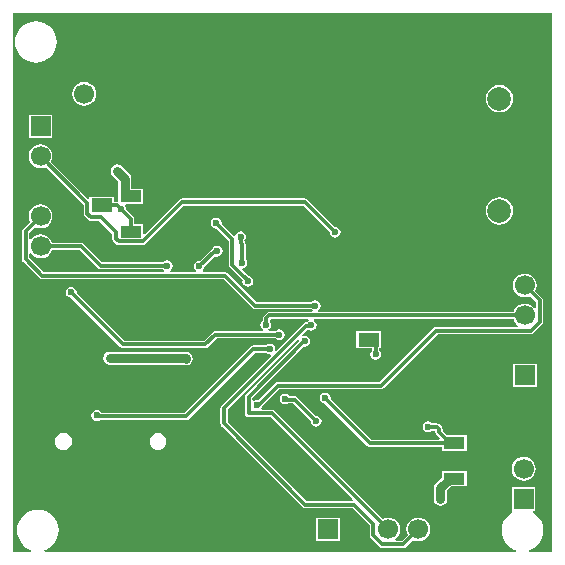
<source format=gbl>
G04*
G04 #@! TF.GenerationSoftware,Altium Limited,Altium Designer,20.2.7 (254)*
G04*
G04 Layer_Physical_Order=2*
G04 Layer_Color=16711680*
%FSLAX44Y44*%
%MOMM*%
G71*
G04*
G04 #@! TF.SameCoordinates,BAD59D02-7682-4231-AD5D-2D7AA58F7FA9*
G04*
G04*
G04 #@! TF.FilePolarity,Positive*
G04*
G01*
G75*
%ADD26R,1.8000X1.1500*%
%ADD27R,1.8000X1.0000*%
%ADD57C,0.3000*%
%ADD58C,0.8000*%
%ADD60C,1.7000*%
%ADD61R,1.7000X1.7000*%
%ADD62R,1.7000X1.7000*%
%ADD63C,2.0000*%
%ADD64C,0.6000*%
G36*
X457940Y2060D02*
X438657D01*
X438469Y3330D01*
X439745Y3717D01*
X442792Y5346D01*
X445463Y7537D01*
X447655Y10208D01*
X449283Y13255D01*
X450286Y16562D01*
X450625Y20000D01*
X450286Y23438D01*
X449283Y26745D01*
X447655Y29792D01*
X445463Y32463D01*
X442792Y34655D01*
X441379Y35410D01*
X441697Y36680D01*
X444020D01*
Y56720D01*
X423980D01*
Y36680D01*
X424304D01*
X424622Y35410D01*
X423208Y34655D01*
X420537Y32463D01*
X418345Y29792D01*
X416717Y26745D01*
X415714Y23438D01*
X415375Y20000D01*
X415714Y16562D01*
X416717Y13255D01*
X418345Y10208D01*
X420537Y7537D01*
X423208Y5346D01*
X426255Y3717D01*
X427532Y3330D01*
X427343Y2060D01*
X28407D01*
X28219Y3330D01*
X29495Y3717D01*
X32542Y5346D01*
X35213Y7537D01*
X37405Y10208D01*
X39033Y13255D01*
X40036Y16562D01*
X40375Y20000D01*
X40036Y23438D01*
X39033Y26745D01*
X37405Y29792D01*
X35213Y32463D01*
X32542Y34655D01*
X29495Y36283D01*
X26188Y37286D01*
X22750Y37625D01*
X19312Y37286D01*
X16005Y36283D01*
X12958Y34655D01*
X10287Y32463D01*
X8095Y29792D01*
X6467Y26745D01*
X5464Y23438D01*
X5125Y20000D01*
X5464Y16562D01*
X6467Y13255D01*
X8095Y10208D01*
X10287Y7537D01*
X12958Y5346D01*
X16005Y3717D01*
X17282Y3330D01*
X17093Y2060D01*
X2060D01*
Y457940D01*
X457940D01*
Y2060D01*
D02*
G37*
%LPC*%
G36*
X21000Y451125D02*
X17562Y450786D01*
X14255Y449783D01*
X11208Y448155D01*
X8537Y445963D01*
X6345Y443292D01*
X4717Y440245D01*
X3714Y436939D01*
X3375Y433500D01*
X3714Y430062D01*
X4717Y426755D01*
X6345Y423708D01*
X8537Y421037D01*
X11208Y418845D01*
X14255Y417217D01*
X17562Y416214D01*
X21000Y415875D01*
X24439Y416214D01*
X27745Y417217D01*
X30792Y418845D01*
X33463Y421037D01*
X35655Y423708D01*
X37283Y426755D01*
X38286Y430062D01*
X38625Y433500D01*
X38286Y436939D01*
X37283Y440245D01*
X35655Y443292D01*
X33463Y445963D01*
X30792Y448155D01*
X27745Y449783D01*
X24439Y450786D01*
X21000Y451125D01*
D02*
G37*
G36*
X62000Y399607D02*
X59384Y399262D01*
X56947Y398252D01*
X54854Y396646D01*
X53248Y394553D01*
X52238Y392116D01*
X51894Y389500D01*
X52238Y386884D01*
X53248Y384447D01*
X54854Y382354D01*
X56947Y380748D01*
X59384Y379738D01*
X62000Y379394D01*
X64616Y379738D01*
X67053Y380748D01*
X69146Y382354D01*
X70753Y384447D01*
X71762Y386884D01*
X72106Y389500D01*
X71762Y392116D01*
X70753Y394553D01*
X69146Y396646D01*
X67053Y398252D01*
X64616Y399262D01*
X62000Y399607D01*
D02*
G37*
G36*
X413500Y397119D02*
X410493Y396724D01*
X407690Y395563D01*
X405284Y393716D01*
X403437Y391310D01*
X402277Y388507D01*
X401881Y385500D01*
X402277Y382493D01*
X403437Y379690D01*
X405284Y377284D01*
X407690Y375437D01*
X410493Y374277D01*
X413500Y373881D01*
X416507Y374277D01*
X419310Y375437D01*
X421716Y377284D01*
X423563Y379690D01*
X424724Y382493D01*
X425120Y385500D01*
X424724Y388507D01*
X423563Y391310D01*
X421716Y393716D01*
X419310Y395563D01*
X416507Y396724D01*
X413500Y397119D01*
D02*
G37*
G36*
X35020Y372020D02*
X14980D01*
Y351980D01*
X35020D01*
Y372020D01*
D02*
G37*
G36*
X413500Y302120D02*
X410493Y301723D01*
X407690Y300563D01*
X405284Y298716D01*
X403437Y296310D01*
X402277Y293507D01*
X401881Y290500D01*
X402277Y287493D01*
X403437Y284690D01*
X405284Y282284D01*
X407690Y280437D01*
X410493Y279277D01*
X413500Y278881D01*
X416507Y279277D01*
X419310Y280437D01*
X421716Y282284D01*
X423563Y284690D01*
X424724Y287493D01*
X425120Y290500D01*
X424724Y293507D01*
X423563Y296310D01*
X421716Y298716D01*
X419310Y300563D01*
X416507Y301723D01*
X413500Y302120D01*
D02*
G37*
G36*
X25000Y295907D02*
X22384Y295562D01*
X19947Y294552D01*
X17854Y292946D01*
X16248Y290853D01*
X15238Y288416D01*
X14894Y285800D01*
X15238Y283184D01*
X16056Y281210D01*
X10283Y275437D01*
X9615Y274438D01*
X9381Y273260D01*
Y249540D01*
X9615Y248362D01*
X10283Y247363D01*
X24364Y233282D01*
X25363Y232614D01*
X26541Y232380D01*
X180265D01*
X204573Y208073D01*
X205572Y207405D01*
X206750Y207171D01*
X254121D01*
X254241Y206991D01*
X255352Y206249D01*
X254967Y204979D01*
X218650D01*
X217472Y204745D01*
X216473Y204077D01*
X214000Y201604D01*
X213332Y200605D01*
X213098Y199427D01*
Y197909D01*
X212344Y197406D01*
X211345Y195911D01*
X210994Y194147D01*
X211345Y192383D01*
X212344Y190888D01*
X213525Y190099D01*
X213155Y188829D01*
X172781D01*
X171603Y188595D01*
X170604Y187927D01*
X163256Y180579D01*
X96103D01*
X55472Y221210D01*
X55514Y221422D01*
X55163Y223186D01*
X54164Y224681D01*
X52669Y225680D01*
X50905Y226031D01*
X49142Y225680D01*
X47646Y224681D01*
X46648Y223186D01*
X46297Y221422D01*
X46648Y219659D01*
X47646Y218164D01*
X49142Y217165D01*
X50905Y216814D01*
X51117Y216856D01*
X92650Y175323D01*
X93649Y174655D01*
X94828Y174421D01*
X164531D01*
X165709Y174655D01*
X166708Y175323D01*
X174056Y182671D01*
X223871D01*
X223991Y182491D01*
X225486Y181492D01*
X227250Y181141D01*
X229014Y181492D01*
X230509Y182491D01*
X231508Y183986D01*
X231859Y185750D01*
X231508Y187514D01*
X230509Y189009D01*
X229014Y190008D01*
X227250Y190359D01*
X225486Y190008D01*
X223991Y189009D01*
X223871Y188829D01*
X218052D01*
X217681Y190099D01*
X218862Y190888D01*
X219861Y192383D01*
X220212Y194147D01*
X219861Y195911D01*
X219256Y196815D01*
Y198152D01*
X219925Y198821D01*
X251817D01*
X252177Y197551D01*
X250991Y196759D01*
X250669Y196276D01*
X249947D01*
X248768Y196042D01*
X247770Y195374D01*
X224657Y172262D01*
X223487Y172887D01*
X223609Y173500D01*
X223258Y175264D01*
X222259Y176759D01*
X220764Y177758D01*
X219000Y178109D01*
X217236Y177758D01*
X215741Y176759D01*
X215621Y176579D01*
X205250D01*
X204072Y176345D01*
X203073Y175677D01*
X146975Y119579D01*
X76380D01*
X75759Y120509D01*
X74264Y121508D01*
X72500Y121859D01*
X70736Y121508D01*
X69241Y120509D01*
X68242Y119014D01*
X67892Y117250D01*
X68242Y115486D01*
X69241Y113991D01*
X70736Y112992D01*
X72500Y112641D01*
X74264Y112992D01*
X75012Y113492D01*
X75371Y113421D01*
X148250D01*
X149428Y113655D01*
X150427Y114323D01*
X206525Y170421D01*
X215621D01*
X215741Y170241D01*
X217236Y169242D01*
X219000Y168892D01*
X219613Y169013D01*
X220238Y167843D01*
X178073Y125677D01*
X177405Y124678D01*
X177171Y123500D01*
Y110580D01*
X177405Y109402D01*
X178073Y108403D01*
X246903Y39573D01*
X247902Y38905D01*
X249080Y38671D01*
X289459D01*
X303621Y24509D01*
Y15716D01*
X303855Y14538D01*
X304523Y13539D01*
X312029Y6033D01*
X313027Y5365D01*
X314206Y5131D01*
X332260D01*
X333438Y5365D01*
X334437Y6033D01*
X340210Y11806D01*
X342184Y10988D01*
X344800Y10644D01*
X347416Y10988D01*
X349853Y11998D01*
X351946Y13604D01*
X353553Y15697D01*
X354562Y18134D01*
X354907Y20750D01*
X354562Y23366D01*
X353553Y25803D01*
X351946Y27896D01*
X349853Y29502D01*
X347416Y30512D01*
X344800Y30856D01*
X342184Y30512D01*
X339747Y29502D01*
X337654Y27896D01*
X336048Y25803D01*
X335038Y23366D01*
X334694Y20750D01*
X335038Y18134D01*
X335856Y16160D01*
X330985Y11289D01*
X325616D01*
X325185Y12559D01*
X326546Y13604D01*
X328153Y15697D01*
X329162Y18134D01*
X329506Y20750D01*
X329162Y23366D01*
X328153Y25803D01*
X326546Y27896D01*
X324453Y29502D01*
X322016Y30512D01*
X319400Y30856D01*
X316784Y30512D01*
X314810Y29694D01*
X223287Y121217D01*
X222288Y121885D01*
X221110Y122119D01*
X212567D01*
X211888Y123389D01*
X212508Y124316D01*
X212591Y124737D01*
X227255Y139401D01*
X313251D01*
X314429Y139635D01*
X315428Y140303D01*
X361086Y185961D01*
X439874D01*
X441053Y186195D01*
X442052Y186863D01*
X449717Y194529D01*
X450385Y195527D01*
X450619Y196706D01*
Y214760D01*
X450385Y215938D01*
X449717Y216937D01*
X443945Y222710D01*
X444762Y224684D01*
X445107Y227300D01*
X444762Y229916D01*
X443753Y232353D01*
X442146Y234446D01*
X440053Y236052D01*
X437616Y237062D01*
X435000Y237407D01*
X432384Y237062D01*
X429947Y236052D01*
X427854Y234446D01*
X426248Y232353D01*
X425238Y229916D01*
X424894Y227300D01*
X425238Y224684D01*
X426248Y222247D01*
X427854Y220154D01*
X429947Y218548D01*
X432384Y217538D01*
X435000Y217194D01*
X437616Y217538D01*
X439590Y218356D01*
X444461Y213485D01*
Y208116D01*
X443191Y207685D01*
X442146Y209046D01*
X440053Y210653D01*
X437616Y211662D01*
X435000Y212006D01*
X432384Y211662D01*
X429947Y210653D01*
X427854Y209046D01*
X426248Y206953D01*
X425430Y204979D01*
X260033D01*
X259648Y206249D01*
X260759Y206991D01*
X261758Y208486D01*
X262109Y210250D01*
X261758Y212014D01*
X260759Y213509D01*
X259264Y214508D01*
X257500Y214859D01*
X255736Y214508D01*
X254241Y213509D01*
X254121Y213329D01*
X208025D01*
X183718Y237637D01*
X182719Y238304D01*
X181541Y238538D01*
X162496D01*
X162111Y239808D01*
X162759Y240241D01*
X163758Y241736D01*
X164109Y243500D01*
X164067Y243712D01*
X172524Y252169D01*
X172734Y252028D01*
X174498Y251677D01*
X176262Y252028D01*
X177757Y253027D01*
X178756Y254522D01*
X179107Y256286D01*
X178756Y258050D01*
X177757Y259545D01*
X176262Y260544D01*
X174498Y260895D01*
X172734Y260544D01*
X171239Y259545D01*
X170846Y258956D01*
X170109Y258463D01*
X159712Y248066D01*
X159500Y248109D01*
X157736Y247758D01*
X156241Y246759D01*
X155242Y245264D01*
X154892Y243500D01*
X155242Y241736D01*
X156241Y240241D01*
X156889Y239808D01*
X156504Y238538D01*
X135029D01*
X134833Y238782D01*
X135095Y240485D01*
X135433Y240711D01*
X136432Y242206D01*
X136782Y243969D01*
X136432Y245733D01*
X135433Y247228D01*
X133938Y248227D01*
X132174Y248578D01*
X130410Y248227D01*
X128915Y247228D01*
X128795Y247048D01*
X77306D01*
X61777Y262577D01*
X60778Y263245D01*
X59600Y263479D01*
X34570D01*
X33753Y265453D01*
X32146Y267546D01*
X30053Y269153D01*
X27616Y270162D01*
X25000Y270506D01*
X22384Y270162D01*
X19947Y269153D01*
X17854Y267546D01*
X16809Y266185D01*
X15539Y266616D01*
Y271985D01*
X20410Y276856D01*
X22384Y276038D01*
X25000Y275694D01*
X27616Y276038D01*
X30053Y277048D01*
X32146Y278654D01*
X33753Y280747D01*
X34762Y283184D01*
X35106Y285800D01*
X34762Y288416D01*
X33753Y290853D01*
X32146Y292946D01*
X30053Y294552D01*
X27616Y295562D01*
X25000Y295907D01*
D02*
G37*
G36*
Y346707D02*
X22384Y346362D01*
X19947Y345353D01*
X17854Y343746D01*
X16248Y341653D01*
X15238Y339216D01*
X14894Y336600D01*
X15238Y333984D01*
X16248Y331547D01*
X17854Y329454D01*
X19947Y327848D01*
X22384Y326838D01*
X25000Y326494D01*
X27616Y326838D01*
X29590Y327656D01*
X61651Y295595D01*
Y288249D01*
X61885Y287071D01*
X62553Y286072D01*
X65669Y282955D01*
X66669Y282288D01*
X67847Y282053D01*
X74613D01*
X85691Y270975D01*
Y267029D01*
X85925Y265851D01*
X86593Y264852D01*
X88930Y262515D01*
X89929Y261847D01*
X91107Y261613D01*
X111609D01*
X112787Y261847D01*
X113786Y262515D01*
X146212Y294941D01*
X247455D01*
X269934Y272462D01*
X269891Y272250D01*
X270242Y270486D01*
X271241Y268991D01*
X272736Y267992D01*
X274500Y267642D01*
X276264Y267992D01*
X277759Y268991D01*
X278758Y270486D01*
X279109Y272250D01*
X278758Y274014D01*
X277759Y275509D01*
X276264Y276508D01*
X274500Y276859D01*
X274288Y276816D01*
X250907Y300197D01*
X249908Y300865D01*
X248730Y301099D01*
X144937D01*
X143758Y300865D01*
X142759Y300197D01*
X113051Y270489D01*
X111878Y270975D01*
Y279232D01*
X104437D01*
Y283564D01*
X104203Y284743D01*
X103535Y285742D01*
X97317Y291961D01*
X97359Y292172D01*
X97008Y293936D01*
X96349Y294922D01*
X96981Y296192D01*
X111878D01*
Y309232D01*
X101986D01*
Y317892D01*
X101558Y320046D01*
X100338Y321872D01*
X93980Y328230D01*
X92154Y329450D01*
X90000Y329878D01*
X87846Y329450D01*
X86020Y328230D01*
X84800Y326404D01*
X84372Y324250D01*
X84800Y322096D01*
X86020Y320270D01*
X90730Y315561D01*
Y303712D01*
X90838Y303169D01*
Y299114D01*
X89856Y298308D01*
X89750Y298329D01*
X87270D01*
Y302520D01*
X66230D01*
Y301384D01*
X65057Y300898D01*
X33944Y332010D01*
X34762Y333984D01*
X35106Y336600D01*
X34762Y339216D01*
X33753Y341653D01*
X32146Y343746D01*
X30053Y345353D01*
X27616Y346362D01*
X25000Y346707D01*
D02*
G37*
G36*
X173821Y284608D02*
X172057Y284257D01*
X170562Y283258D01*
X169563Y281763D01*
X169212Y279999D01*
X169563Y278236D01*
X170562Y276741D01*
X172057Y275742D01*
X173821Y275391D01*
X174032Y275433D01*
X184214Y265252D01*
Y244747D01*
X184448Y243569D01*
X185116Y242570D01*
X194418Y233267D01*
X194455Y233212D01*
X196028Y231639D01*
X195851Y230750D01*
X196202Y228986D01*
X197201Y227491D01*
X198696Y226492D01*
X200460Y226141D01*
X202224Y226492D01*
X203719Y227491D01*
X204718Y228986D01*
X205069Y230750D01*
X204718Y232514D01*
X203719Y234009D01*
X202224Y235008D01*
X201156Y235220D01*
X198846Y237530D01*
X198810Y237585D01*
X195749Y240646D01*
X196167Y242024D01*
X197264Y242242D01*
X198759Y243241D01*
X199758Y244736D01*
X200109Y246500D01*
X199758Y248264D01*
X198759Y249759D01*
X198579Y249879D01*
Y262500D01*
X198345Y263678D01*
X197677Y264677D01*
X197653Y264701D01*
Y265456D01*
X198591Y266859D01*
X198942Y268623D01*
X198591Y270387D01*
X197592Y271882D01*
X196097Y272881D01*
X194333Y273232D01*
X192570Y272881D01*
X191074Y271882D01*
X190075Y270387D01*
X189994Y269977D01*
X188616Y269559D01*
X178387Y279788D01*
X178429Y279999D01*
X178078Y281763D01*
X177079Y283258D01*
X175584Y284257D01*
X173821Y284608D01*
D02*
G37*
G36*
X147750Y171378D02*
X83500D01*
X81346Y170950D01*
X79520Y169730D01*
X78300Y167904D01*
X77872Y165750D01*
X78300Y163596D01*
X79520Y161770D01*
X81346Y160550D01*
X83500Y160122D01*
X145989D01*
X146096Y160050D01*
X148250Y159622D01*
X150404Y160050D01*
X152230Y161270D01*
X153450Y163096D01*
X153878Y165250D01*
X153450Y167404D01*
X152230Y169230D01*
X151730Y169730D01*
X149904Y170950D01*
X149546Y171021D01*
X147750Y171378D01*
D02*
G37*
G36*
X445020Y161120D02*
X424980D01*
Y141080D01*
X445020D01*
Y161120D01*
D02*
G37*
G36*
X232166Y135774D02*
X230402Y135423D01*
X228907Y134424D01*
X227908Y132929D01*
X227557Y131166D01*
X227908Y129402D01*
X228907Y127907D01*
X230402Y126908D01*
X232166Y126557D01*
X233929Y126908D01*
X234697Y127421D01*
X238975D01*
X253934Y112462D01*
X253892Y112250D01*
X254242Y110486D01*
X255241Y108991D01*
X256736Y107992D01*
X258500Y107641D01*
X260264Y107992D01*
X261759Y108991D01*
X262758Y110486D01*
X263109Y112250D01*
X262758Y114014D01*
X261759Y115509D01*
X260264Y116508D01*
X258500Y116859D01*
X258288Y116816D01*
X242427Y132677D01*
X241428Y133345D01*
X240250Y133579D01*
X235989D01*
X235424Y134424D01*
X233929Y135423D01*
X232166Y135774D01*
D02*
G37*
G36*
X124340Y102353D02*
X122502Y102111D01*
X120790Y101402D01*
X119319Y100274D01*
X118191Y98803D01*
X117481Y97090D01*
X117239Y95253D01*
X117481Y93415D01*
X118191Y91702D01*
X119319Y90232D01*
X120790Y89103D01*
X122502Y88394D01*
X124340Y88152D01*
X126178Y88394D01*
X127890Y89103D01*
X129361Y90232D01*
X130490Y91702D01*
X131199Y93415D01*
X131441Y95253D01*
X131199Y97090D01*
X130490Y98803D01*
X129361Y100274D01*
X127890Y101402D01*
X126178Y102111D01*
X124340Y102353D01*
D02*
G37*
G36*
X44340D02*
X42502Y102111D01*
X40790Y101402D01*
X39319Y100274D01*
X38191Y98803D01*
X37481Y97090D01*
X37239Y95253D01*
X37481Y93415D01*
X38191Y91702D01*
X39319Y90232D01*
X40790Y89103D01*
X42502Y88394D01*
X44340Y88152D01*
X46178Y88394D01*
X47890Y89103D01*
X49361Y90232D01*
X50490Y91702D01*
X51199Y93415D01*
X51441Y95253D01*
X51199Y97090D01*
X50490Y98803D01*
X49361Y100274D01*
X47890Y101402D01*
X46178Y102111D01*
X44340Y102353D01*
D02*
G37*
G36*
X266000Y136609D02*
X264236Y136258D01*
X262741Y135259D01*
X261742Y133764D01*
X261392Y132000D01*
X261742Y130236D01*
X262741Y128741D01*
X264236Y127742D01*
X266000Y127392D01*
X266003Y127392D01*
X301785Y91610D01*
X302784Y90943D01*
X303962Y90709D01*
X364872D01*
Y87268D01*
X385912D01*
Y100308D01*
X369227D01*
X365403Y104131D01*
Y105836D01*
X365169Y107015D01*
X364501Y108014D01*
X362744Y109771D01*
X361745Y110439D01*
X360567Y110673D01*
X356589D01*
X356469Y110853D01*
X354974Y111852D01*
X353210Y112202D01*
X351446Y111852D01*
X349951Y110853D01*
X348952Y109358D01*
X348601Y107594D01*
X348952Y105830D01*
X349951Y104335D01*
X351446Y103336D01*
X353210Y102985D01*
X354974Y103336D01*
X356469Y104335D01*
X356589Y104515D01*
X359245D01*
Y102856D01*
X359479Y101677D01*
X360147Y100679D01*
X362785Y98040D01*
X362299Y96867D01*
X305238D01*
X270525Y131580D01*
X270609Y132000D01*
X270258Y133764D01*
X269259Y135259D01*
X267764Y136258D01*
X266000Y136609D01*
D02*
G37*
G36*
X434000Y82206D02*
X431384Y81862D01*
X428947Y80852D01*
X426854Y79246D01*
X425248Y77153D01*
X424238Y74716D01*
X423894Y72100D01*
X424238Y69484D01*
X425248Y67047D01*
X426854Y64954D01*
X428947Y63348D01*
X431384Y62338D01*
X434000Y61994D01*
X436616Y62338D01*
X439053Y63348D01*
X441146Y64954D01*
X442752Y67047D01*
X443762Y69484D01*
X444106Y72100D01*
X443762Y74716D01*
X442752Y77153D01*
X441146Y79246D01*
X439053Y80852D01*
X436616Y81862D01*
X434000Y82206D01*
D02*
G37*
G36*
X385912Y70308D02*
X364872D01*
Y65227D01*
X359520Y59875D01*
X358300Y58050D01*
X357872Y55896D01*
Y46500D01*
X358300Y44346D01*
X359520Y42520D01*
X361346Y41300D01*
X363500Y40872D01*
X365654Y41300D01*
X367480Y42520D01*
X368700Y44346D01*
X369128Y46500D01*
Y53565D01*
X372831Y57268D01*
X385912D01*
Y70308D01*
D02*
G37*
G36*
X278620Y30770D02*
X258580D01*
Y10730D01*
X278620D01*
Y30770D01*
D02*
G37*
%LPD*%
G36*
X73853Y241792D02*
X74852Y241125D01*
X76031Y240890D01*
X128795D01*
X128915Y240711D01*
X129253Y240485D01*
X129515Y238782D01*
X129319Y238538D01*
X27816D01*
X15539Y250815D01*
Y254184D01*
X16809Y254615D01*
X17854Y253254D01*
X19947Y251648D01*
X22384Y250638D01*
X25000Y250294D01*
X27616Y250638D01*
X30053Y251648D01*
X32146Y253254D01*
X33753Y255347D01*
X34570Y257321D01*
X58325D01*
X73853Y241792D01*
D02*
G37*
G36*
X426248Y196847D02*
X427854Y194754D01*
X429632Y193389D01*
X429251Y192119D01*
X359811D01*
X358633Y191885D01*
X357634Y191217D01*
X311976Y145559D01*
X225980D01*
X224802Y145325D01*
X223803Y144657D01*
X209571Y130426D01*
X208250Y130689D01*
X206486Y130338D01*
X205559Y129718D01*
X204289Y130397D01*
Y131935D01*
X247913Y175558D01*
X248750Y175392D01*
X250514Y175742D01*
X252009Y176741D01*
X253008Y178236D01*
X253359Y180000D01*
X253008Y181764D01*
X252009Y183259D01*
X250514Y184258D01*
X248750Y184609D01*
X247201Y184300D01*
X246692Y184860D01*
X246453Y185348D01*
X251204Y190099D01*
X252486Y189242D01*
X254250Y188892D01*
X256014Y189242D01*
X257509Y190241D01*
X258508Y191736D01*
X258859Y193500D01*
X258508Y195264D01*
X257509Y196759D01*
X256323Y197551D01*
X256684Y198821D01*
X425430D01*
X426248Y196847D01*
D02*
G37*
G36*
X244111Y181210D02*
X244080Y180435D01*
X199033Y135387D01*
X198365Y134388D01*
X198131Y133210D01*
Y119040D01*
X198365Y117862D01*
X199033Y116863D01*
X200032Y116195D01*
X201210Y115961D01*
X219835D01*
X289696Y46099D01*
X289170Y44829D01*
X250355D01*
X183329Y111855D01*
Y122225D01*
X242861Y181756D01*
X244111Y181210D01*
D02*
G37*
%LPC*%
G36*
X313520Y188520D02*
X292480D01*
Y173980D01*
X305531D01*
Y172289D01*
X305351Y172169D01*
X304352Y170674D01*
X304001Y168910D01*
X304352Y167146D01*
X305351Y165651D01*
X306846Y164652D01*
X308610Y164301D01*
X310374Y164652D01*
X311869Y165651D01*
X312868Y167146D01*
X313219Y168910D01*
X312868Y170674D01*
X311869Y172169D01*
X311689Y172289D01*
Y173980D01*
X313520D01*
Y188520D01*
D02*
G37*
%LPD*%
D26*
X303000Y151250D02*
D03*
Y181250D02*
D03*
X76750Y265250D02*
D03*
Y295250D02*
D03*
D27*
X375392Y63788D02*
D03*
Y93788D02*
D03*
X101358Y302712D02*
D03*
Y272712D02*
D03*
D57*
X172286Y256286D02*
X174498D01*
X159500Y243500D02*
X172286Y256286D01*
X180250Y110580D02*
X249080Y41750D01*
X303000Y181250D02*
X304360D01*
X308610Y177000D01*
Y168910D02*
Y177000D01*
X249080Y41750D02*
X290734D01*
X180250Y110580D02*
Y123500D01*
X76031Y243969D02*
X132174D01*
X59600Y260400D02*
X76031Y243969D01*
X25000Y260400D02*
X59600D01*
X26541Y235459D02*
X181541D01*
X12460Y249540D02*
X26541Y235459D01*
X181541D02*
X206750Y210250D01*
X187293Y244747D02*
X196632Y235408D01*
Y235389D02*
Y235408D01*
X200460Y230750D02*
Y231562D01*
X196632Y235389D02*
X200460Y231562D01*
X194574Y263426D02*
X195500Y262500D01*
Y246500D02*
Y262500D01*
X194574Y263426D02*
Y268382D01*
X194333Y268623D02*
X194574Y268382D01*
X187293Y244747D02*
Y266527D01*
X173821Y279999D02*
X187293Y266527D01*
X97358Y272712D02*
X101358D01*
X76750Y295250D02*
X89750D01*
X92500Y292500D01*
Y292422D02*
X92750Y292172D01*
X92500Y292422D02*
Y292500D01*
X92750Y292172D02*
X101358Y283564D01*
Y272712D02*
Y283564D01*
X148250Y116500D02*
X205250Y173500D01*
X72500Y117250D02*
X73074Y116676D01*
X75195D01*
X75371Y116500D01*
X148250D01*
X50905Y221422D02*
X94828Y177500D01*
X144937Y298020D02*
X248730D01*
X111609Y264692D02*
X144937Y298020D01*
X248730D02*
X274500Y272250D01*
X91107Y264692D02*
X111609D01*
X67847Y285132D02*
X75889D01*
X88770Y272251D01*
Y267029D02*
Y272251D01*
Y267029D02*
X91107Y264692D01*
X64730Y288249D02*
X67847Y285132D01*
X64730Y288249D02*
Y296870D01*
X25000Y336600D02*
X64730Y296870D01*
X12460Y273260D02*
X25000Y285800D01*
X12460Y249540D02*
Y273260D01*
X249947Y193197D02*
X253947D01*
X254250Y193500D01*
X180250Y123500D02*
X249947Y193197D01*
X216177Y199427D02*
X218650Y201900D01*
X216177Y194721D02*
Y199427D01*
X215603Y194147D02*
X216177Y194721D01*
X206750Y210250D02*
X257500D01*
X218650Y201900D02*
X435000D01*
X94828Y177500D02*
X164531D01*
X172781Y185750D01*
X227250D01*
X362324Y102856D02*
Y105836D01*
X353210Y107594D02*
X360567D01*
X362324Y105836D01*
X306700Y15716D02*
X314206Y8210D01*
X306700Y15716D02*
Y25784D01*
X332260Y8210D02*
X344800Y20750D01*
X314206Y8210D02*
X332260D01*
X290734Y41750D02*
X306700Y25784D01*
X201210Y119040D02*
X221110D01*
X319400Y20750D01*
X209580Y126080D02*
X225980Y142480D01*
X208250Y126080D02*
X209580D01*
X201210Y119040D02*
Y133210D01*
X248000Y180000D01*
X248750D01*
X225980Y142480D02*
X313251D01*
X205250Y173500D02*
X219000D01*
X266000Y131750D02*
Y132000D01*
Y131750D02*
X303962Y93788D01*
X313251Y142480D02*
X359811Y189040D01*
X447540Y196706D02*
Y214760D01*
X359811Y189040D02*
X439874D01*
X232166Y131166D02*
X232977D01*
X258500Y112250D02*
Y112500D01*
X233643Y130500D02*
X240250D01*
X232977Y131166D02*
X233643Y130500D01*
X240250D02*
X258500Y112250D01*
X439874Y189040D02*
X447540Y196706D01*
X435000Y227300D02*
X447540Y214760D01*
X303962Y93788D02*
X371392D01*
X375392D01*
X362324Y102856D02*
X371392Y93788D01*
D58*
X83500Y165750D02*
X147750D01*
X148250Y165250D01*
X97358Y302712D02*
X101358D01*
X96358Y303712D02*
X97358Y302712D01*
X96358Y303712D02*
Y317892D01*
X90000Y324250D02*
X96358Y317892D01*
X371392Y63788D02*
X375392D01*
X363500Y55896D02*
X371392Y63788D01*
X363500Y46500D02*
Y55896D01*
D60*
X138000Y389500D02*
D03*
X62000D02*
D03*
X25000Y311200D02*
D03*
Y336600D02*
D03*
Y285800D02*
D03*
Y260400D02*
D03*
X344800Y20750D02*
D03*
X294000D02*
D03*
X319400D02*
D03*
X434000Y97500D02*
D03*
Y72100D02*
D03*
X435000Y201900D02*
D03*
Y176500D02*
D03*
Y227300D02*
D03*
D61*
X25000Y362000D02*
D03*
X434000Y46700D02*
D03*
X435000Y151100D02*
D03*
D62*
X268600Y20750D02*
D03*
D63*
X413500Y385500D02*
D03*
Y420500D02*
D03*
Y290500D02*
D03*
Y325500D02*
D03*
D64*
X174498Y256286D02*
D03*
X235712Y70358D02*
D03*
X322580Y170180D02*
D03*
X308610Y168910D02*
D03*
X157480Y226060D02*
D03*
X132174Y243969D02*
D03*
X163830Y259080D02*
D03*
X95000Y256500D02*
D03*
X159500Y243500D02*
D03*
X140000Y185000D02*
D03*
X200460Y230750D02*
D03*
X284504Y155219D02*
D03*
X277838D02*
D03*
X195500Y246500D02*
D03*
X173821Y279999D02*
D03*
X72500Y117250D02*
D03*
X83500Y165750D02*
D03*
X50905Y221422D02*
D03*
X92750Y292172D02*
D03*
X160750Y339000D02*
D03*
Y357750D02*
D03*
X175500Y339000D02*
D03*
Y357750D02*
D03*
X293250Y71250D02*
D03*
X220750Y22000D02*
D03*
X264500Y51750D02*
D03*
X187500Y76500D02*
D03*
X152000Y136000D02*
D03*
X355750Y246500D02*
D03*
Y261500D02*
D03*
Y282500D02*
D03*
X333250D02*
D03*
X314000D02*
D03*
X379250Y180500D02*
D03*
X333250Y261500D02*
D03*
X147500Y185000D02*
D03*
X309000Y130000D02*
D03*
X118250Y315750D02*
D03*
X119750Y9750D02*
D03*
X92250D02*
D03*
X119750Y22750D02*
D03*
X92250D02*
D03*
X61000D02*
D03*
X119750Y38250D02*
D03*
X92250D02*
D03*
X61000D02*
D03*
X33000D02*
D03*
X194333Y268623D02*
D03*
X90000Y324250D02*
D03*
X227250Y185750D02*
D03*
X257500Y210250D02*
D03*
X219000Y173500D02*
D03*
X215603Y194147D02*
D03*
X148250Y165250D02*
D03*
X353210Y107594D02*
D03*
X363500Y46500D02*
D03*
X208250Y126080D02*
D03*
X274500Y272250D02*
D03*
X248750Y180000D02*
D03*
X254250Y193500D02*
D03*
X266000Y132000D02*
D03*
X232166Y131166D02*
D03*
X258500Y112250D02*
D03*
M02*

</source>
